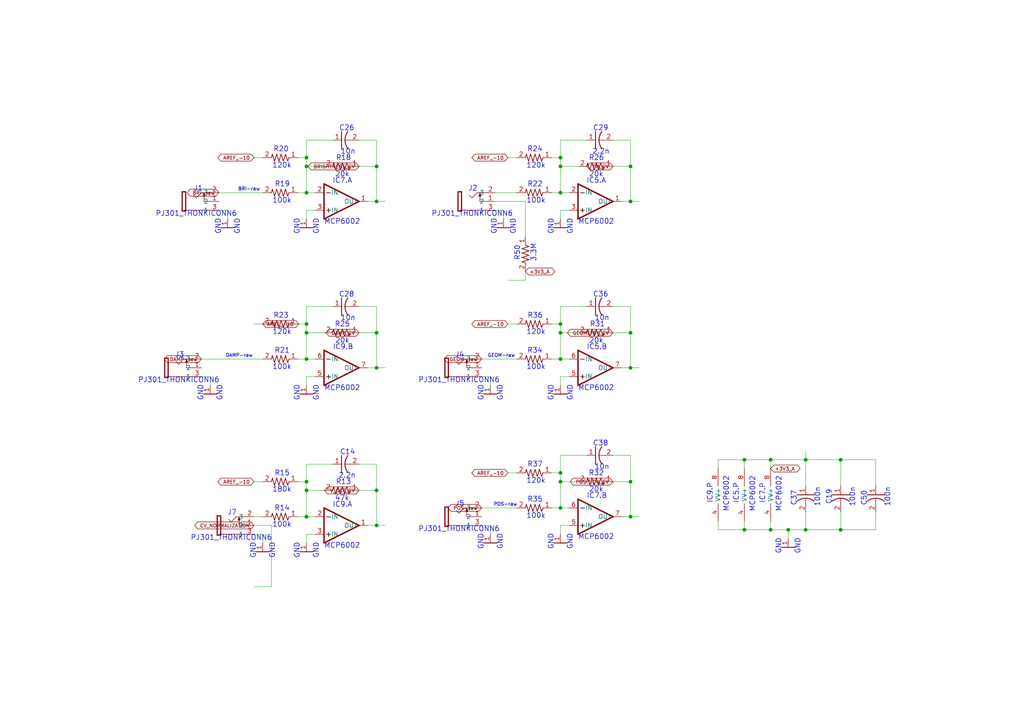
<source format=kicad_sch>
(kicad_sch (version 20231120) (generator "eeschema") (generator_version "8.0")
  (paper "A4")
  (lib_symbols
    (symbol "rangoon-eagle-import:BRIGHT"
      (symbol "BRIGHT_1_0"
        (polyline (pts (xy -4.063 -2.794) (xy -4.063 2.794)) (stroke (width 0.333)))
        (polyline (pts (xy -4.063 2.794) (xy -3.047 2.794)) (stroke (width 0.333)))
        (polyline (pts (xy -3.047 -2.794) (xy -4.063 -2.794)) (stroke (width 0.333)))
        (polyline (pts (xy -3.047 2.794) (xy -3.047 -2.794)) (stroke (width 0.333)))
        (polyline (pts (xy -0.001 1.016) (xy -0.763 1.778)) (stroke (width 0.152)))
        (polyline (pts (xy 1.523 2.54) (xy -0.001 1.016)) (stroke (width 0.152)))
        (polyline (pts (xy 2.031 1.524) (xy 2.285 2.286)) (stroke (width 0.254)))
        (polyline (pts (xy 2.285 0) (xy 2.285 2.286)) (stroke (width 0.152)))
        (polyline (pts (xy 2.285 2.286) (xy 2.539 1.524)) (stroke (width 0.254)))
        (polyline (pts (xy 2.539 1.524) (xy 2.031 1.524)) (stroke (width 0.254)))
        (polyline (pts (xy 4.063 -2.54) (xy -3.049 -2.54)) (stroke (width 0.152)))
        (polyline (pts (xy 4.063 0) (xy 2.285 0)) (stroke (width 0.152)))
        (polyline (pts (xy 4.063 2.54) (xy 1.523 2.54)) (stroke (width 0.152)))
        (pin passive line (at 6.603 0 180) (length 2.54) (name "2") (number "1"))
        (pin passive line (at 6.603 2.54 180) (length 2.54) (name "3") (number "2"))
        (pin passive line (at 6.603 -2.54 180) (length 2.54) (name "1") (number "3"))
      )
    )
    (symbol "rangoon-eagle-import:C-USC0603_3"
      (symbol "C-USC0603_3_1_0"
        (polyline (pts (xy -2.54 1.27) (xy 2.54 1.27)) (stroke (width 0.254)))
        (polyline (pts (xy 0 0.254) (xy 0 -1.27)) (stroke (width 0.152)))
        (arc (start 0 0.254) (mid -1.3021 0.0399) (end -2.467 -0.58) (stroke (width 0.254)))
        (arc (start 2.489 -0.584) (mid 1.3157 0.0506) (end 0 0.2701) (stroke (width 0.254)))
        (pin passive line (at 0 3.81 270) (length 2.54) (name "1") (number "1"))
        (pin passive line (at 0 -3.81 90) (length 2.54) (name "2") (number "2"))
      )
    )
    (symbol "rangoon-eagle-import:C-USC0603_4"
      (symbol "C-USC0603_4_1_0"
        (arc (start -0.254 0) (mid -0.0399 -1.3021) (end 0.58 -2.467) (stroke (width 0.254)))
        (polyline (pts (xy -1.27 -2.54) (xy -1.27 2.54)) (stroke (width 0.254)))
        (polyline (pts (xy -0.254 0) (xy 1.27 0)) (stroke (width 0.152)))
        (arc (start 0.584 2.489) (mid -0.0506 1.3157) (end -0.27 0) (stroke (width 0.254)))
        (pin passive line (at -3.81 0 0) (length 2.54) (name "1") (number "1"))
        (pin passive line (at 3.81 0 180) (length 2.54) (name "2") (number "2"))
      )
    )
    (symbol "rangoon-eagle-import:DAMP"
      (symbol "DAMP_1_0"
        (polyline (pts (xy -4.063 -2.794) (xy -4.063 2.794)) (stroke (width 0.333)))
        (polyline (pts (xy -4.063 2.794) (xy -3.047 2.794)) (stroke (width 0.333)))
        (polyline (pts (xy -3.047 -2.794) (xy -4.063 -2.794)) (stroke (width 0.333)))
        (polyline (pts (xy -3.047 2.794) (xy -3.047 -2.794)) (stroke (width 0.333)))
        (polyline (pts (xy -0.001 1.016) (xy -0.763 1.778)) (stroke (width 0.152)))
        (polyline (pts (xy 1.523 2.54) (xy -0.001 1.016)) (stroke (width 0.152)))
        (polyline (pts (xy 2.031 1.524) (xy 2.285 2.286)) (stroke (width 0.254)))
        (polyline (pts (xy 2.285 0) (xy 2.285 2.286)) (stroke (width 0.152)))
        (polyline (pts (xy 2.285 2.286) (xy 2.539 1.524)) (stroke (width 0.254)))
        (polyline (pts (xy 2.539 1.524) (xy 2.031 1.524)) (stroke (width 0.254)))
        (polyline (pts (xy 4.063 -2.54) (xy -3.049 -2.54)) (stroke (width 0.152)))
        (polyline (pts (xy 4.063 0) (xy 2.285 0)) (stroke (width 0.152)))
        (polyline (pts (xy 4.063 2.54) (xy 1.523 2.54)) (stroke (width 0.152)))
        (pin passive line (at 6.603 0 180) (length 2.54) (name "2") (number "1"))
        (pin passive line (at 6.603 2.54 180) (length 2.54) (name "3") (number "2"))
        (pin passive line (at 6.603 -2.54 180) (length 2.54) (name "1") (number "3"))
      )
    )
    (symbol "rangoon-eagle-import:FM_CV"
      (symbol "FM_CV_1_0"
        (polyline (pts (xy -4.063 -2.794) (xy -4.063 2.794)) (stroke (width 0.333)))
        (polyline (pts (xy -4.063 2.794) (xy -3.047 2.794)) (stroke (width 0.333)))
        (polyline (pts (xy -3.047 -2.794) (xy -4.063 -2.794)) (stroke (width 0.333)))
        (polyline (pts (xy -3.047 2.794) (xy -3.047 -2.794)) (stroke (width 0.333)))
        (polyline (pts (xy -0.001 1.016) (xy -0.763 1.778)) (stroke (width 0.152)))
        (polyline (pts (xy 1.523 2.54) (xy -0.001 1.016)) (stroke (width 0.152)))
        (polyline (pts (xy 2.031 1.524) (xy 2.285 2.286)) (stroke (width 0.254)))
        (polyline (pts (xy 2.285 0) (xy 2.285 2.286)) (stroke (width 0.152)))
        (polyline (pts (xy 2.285 2.286) (xy 2.539 1.524)) (stroke (width 0.254)))
        (polyline (pts (xy 2.539 1.524) (xy 2.031 1.524)) (stroke (width 0.254)))
        (polyline (pts (xy 4.063 -2.54) (xy -3.049 -2.54)) (stroke (width 0.152)))
        (polyline (pts (xy 4.063 0) (xy 2.285 0)) (stroke (width 0.152)))
        (polyline (pts (xy 4.063 2.54) (xy 1.523 2.54)) (stroke (width 0.152)))
        (pin passive line (at 6.603 0 180) (length 2.54) (name "2") (number "1"))
        (pin passive line (at 6.603 2.54 180) (length 2.54) (name "3") (number "2"))
        (pin passive line (at 6.603 -2.54 180) (length 2.54) (name "1") (number "3"))
      )
    )
    (symbol "rangoon-eagle-import:GEOM"
      (symbol "GEOM_1_0"
        (polyline (pts (xy -4.063 -2.794) (xy -4.063 2.794)) (stroke (width 0.333)))
        (polyline (pts (xy -4.063 2.794) (xy -3.047 2.794)) (stroke (width 0.333)))
        (polyline (pts (xy -3.047 -2.794) (xy -4.063 -2.794)) (stroke (width 0.333)))
        (polyline (pts (xy -3.047 2.794) (xy -3.047 -2.794)) (stroke (width 0.333)))
        (polyline (pts (xy -0.001 1.016) (xy -0.763 1.778)) (stroke (width 0.152)))
        (polyline (pts (xy 1.523 2.54) (xy -0.001 1.016)) (stroke (width 0.152)))
        (polyline (pts (xy 2.031 1.524) (xy 2.285 2.286)) (stroke (width 0.254)))
        (polyline (pts (xy 2.285 0) (xy 2.285 2.286)) (stroke (width 0.152)))
        (polyline (pts (xy 2.285 2.286) (xy 2.539 1.524)) (stroke (width 0.254)))
        (polyline (pts (xy 2.539 1.524) (xy 2.031 1.524)) (stroke (width 0.254)))
        (polyline (pts (xy 4.063 -2.54) (xy -3.049 -2.54)) (stroke (width 0.152)))
        (polyline (pts (xy 4.063 0) (xy 2.285 0)) (stroke (width 0.152)))
        (polyline (pts (xy 4.063 2.54) (xy 1.523 2.54)) (stroke (width 0.152)))
        (pin passive line (at 6.603 0 180) (length 2.54) (name "2") (number "1"))
        (pin passive line (at 6.603 2.54 180) (length 2.54) (name "3") (number "2"))
        (pin passive line (at 6.603 -2.54 180) (length 2.54) (name "1") (number "3"))
      )
    )
    (symbol "rangoon-eagle-import:GND" (power)
      (symbol "GND_1_0"
        (polyline (pts (xy -1.905 0) (xy 1.905 0)) (stroke (width 0.254)))
        (pin power_in line (at 0 2.54 270) (length 2.54) (name "GND") (number "1"))
      )
    )
    (symbol "rangoon-eagle-import:POS"
      (symbol "POS_1_0"
        (polyline (pts (xy -4.063 -2.794) (xy -4.063 2.794)) (stroke (width 0.333)))
        (polyline (pts (xy -4.063 2.794) (xy -3.047 2.794)) (stroke (width 0.333)))
        (polyline (pts (xy -3.047 -2.794) (xy -4.063 -2.794)) (stroke (width 0.333)))
        (polyline (pts (xy -3.047 2.794) (xy -3.047 -2.794)) (stroke (width 0.333)))
        (polyline (pts (xy -0.001 1.016) (xy -0.763 1.778)) (stroke (width 0.152)))
        (polyline (pts (xy 1.523 2.54) (xy -0.001 1.016)) (stroke (width 0.152)))
        (polyline (pts (xy 2.031 1.524) (xy 2.285 2.286)) (stroke (width 0.254)))
        (polyline (pts (xy 2.285 0) (xy 2.285 2.286)) (stroke (width 0.152)))
        (polyline (pts (xy 2.285 2.286) (xy 2.539 1.524)) (stroke (width 0.254)))
        (polyline (pts (xy 2.539 1.524) (xy 2.031 1.524)) (stroke (width 0.254)))
        (polyline (pts (xy 4.063 -2.54) (xy -3.049 -2.54)) (stroke (width 0.152)))
        (polyline (pts (xy 4.063 0) (xy 2.285 0)) (stroke (width 0.152)))
        (polyline (pts (xy 4.063 2.54) (xy 1.523 2.54)) (stroke (width 0.152)))
        (pin passive line (at 6.603 0 180) (length 2.54) (name "2") (number "1"))
        (pin passive line (at 6.603 2.54 180) (length 2.54) (name "3") (number "2"))
        (pin passive line (at 6.603 -2.54 180) (length 2.54) (name "1") (number "3"))
      )
    )
    (symbol "rangoon-eagle-import:R-US_R0603_37"
      (symbol "R-US_R0603_37_1_0"
        (polyline (pts (xy -1.016 -2.286) (xy 0 -2.54)) (stroke (width 0.203)))
        (polyline (pts (xy -1.016 -1.016) (xy 1.016 -1.651)) (stroke (width 0.203)))
        (polyline (pts (xy -1.016 0.254) (xy 1.016 -0.381)) (stroke (width 0.203)))
        (polyline (pts (xy -1.016 1.524) (xy 1.016 0.889)) (stroke (width 0.203)))
        (polyline (pts (xy 0 2.54) (xy 1.016 2.159)) (stroke (width 0.203)))
        (polyline (pts (xy 1.016 -1.651) (xy -1.016 -2.286)) (stroke (width 0.203)))
        (polyline (pts (xy 1.016 -0.381) (xy -1.016 -1.016)) (stroke (width 0.203)))
        (polyline (pts (xy 1.016 0.889) (xy -1.016 0.254)) (stroke (width 0.203)))
        (polyline (pts (xy 1.016 2.159) (xy -1.016 1.524)) (stroke (width 0.203)))
        (pin passive line (at 0 5.08 270) (length 2.54) (name "1") (number "1"))
        (pin passive line (at 0 -5.08 90) (length 2.54) (name "2") (number "2"))
      )
    )
    (symbol "rangoon-eagle-import:R-US_R0603_38"
      (symbol "R-US_R0603_38_1_0"
        (polyline (pts (xy -2.286 1.016) (xy -2.54 0)) (stroke (width 0.203)))
        (polyline (pts (xy -1.651 -1.016) (xy -2.286 1.016)) (stroke (width 0.203)))
        (polyline (pts (xy -1.016 1.016) (xy -1.651 -1.016)) (stroke (width 0.203)))
        (polyline (pts (xy -0.381 -1.016) (xy -1.016 1.016)) (stroke (width 0.203)))
        (polyline (pts (xy 0.254 1.016) (xy -0.381 -1.016)) (stroke (width 0.203)))
        (polyline (pts (xy 0.889 -1.016) (xy 0.254 1.016)) (stroke (width 0.203)))
        (polyline (pts (xy 1.524 1.016) (xy 0.889 -1.016)) (stroke (width 0.203)))
        (polyline (pts (xy 2.159 -1.016) (xy 1.524 1.016)) (stroke (width 0.203)))
        (polyline (pts (xy 2.54 0) (xy 2.159 -1.016)) (stroke (width 0.203)))
        (pin passive line (at 5.08 0 180) (length 2.54) (name "1") (number "1"))
        (pin passive line (at -5.08 0 0) (length 2.54) (name "2") (number "2"))
      )
    )
    (symbol "rangoon-eagle-import:TL072D"
      (symbol "TL072D_1_0"
        (polyline (pts (xy -5.08 -5.08) (xy -5.08 5.08)) (stroke (width 0.406)))
        (polyline (pts (xy -5.08 5.08) (xy 5.08 0)) (stroke (width 0.406)))
        (polyline (pts (xy -4.445 -2.54) (xy -3.175 -2.54)) (stroke (width 0.152)))
        (polyline (pts (xy -4.445 2.54) (xy -3.175 2.54)) (stroke (width 0.152)))
        (polyline (pts (xy -3.81 -3.175) (xy -3.81 -1.905)) (stroke (width 0.152)))
        (polyline (pts (xy 5.08 0) (xy -5.08 -5.08)) (stroke (width 0.406)))
        (pin output line (at 7.62 0 180) (length 2.54) (name "OUT") (number "1"))
        (pin input line (at -7.62 2.54 0) (length 2.54) (name "-IN") (number "2"))
        (pin input line (at -7.62 -2.54 0) (length 2.54) (name "+IN") (number "3"))
      )
      (symbol "TL072D_2_0"
        (polyline (pts (xy -5.08 -5.08) (xy -5.08 5.08)) (stroke (width 0.406)))
        (polyline (pts (xy -5.08 5.08) (xy 5.08 0)) (stroke (width 0.406)))
        (polyline (pts (xy -4.445 -2.54) (xy -3.175 -2.54)) (stroke (width 0.152)))
        (polyline (pts (xy -4.445 2.54) (xy -3.175 2.54)) (stroke (width 0.152)))
        (polyline (pts (xy -3.81 -3.175) (xy -3.81 -1.905)) (stroke (width 0.152)))
        (polyline (pts (xy 5.08 0) (xy -5.08 -5.08)) (stroke (width 0.406)))
        (pin input line (at -7.62 -2.54 0) (length 2.54) (name "+IN") (number "5"))
        (pin input line (at -7.62 2.54 0) (length 2.54) (name "-IN") (number "6"))
        (pin output line (at 7.62 0 180) (length 2.54) (name "OUT") (number "7"))
      )
      (symbol "TL072D_3_0"
        (pin power_in line (at 0 -7.62 90) (length 5.08) (name "V-") (number "4"))
        (pin power_in line (at 0 7.62 270) (length 5.08) (name "V+") (number "8"))
      )
    )
    (symbol "rangoon-eagle-import:VOCT"
      (symbol "VOCT_1_0"
        (polyline (pts (xy -4.063 -2.794) (xy -4.063 2.794)) (stroke (width 0.333)))
        (polyline (pts (xy -4.063 2.794) (xy -3.047 2.794)) (stroke (width 0.333)))
        (polyline (pts (xy -3.047 -2.794) (xy -4.063 -2.794)) (stroke (width 0.333)))
        (polyline (pts (xy -3.047 2.794) (xy -3.047 -2.794)) (stroke (width 0.333)))
        (polyline (pts (xy -0.001 1.016) (xy -0.763 1.778)) (stroke (width 0.152)))
        (polyline (pts (xy 1.523 2.54) (xy -0.001 1.016)) (stroke (width 0.152)))
        (polyline (pts (xy 2.031 1.524) (xy 2.285 2.286)) (stroke (width 0.254)))
        (polyline (pts (xy 2.285 0) (xy 2.285 2.286)) (stroke (width 0.152)))
        (polyline (pts (xy 2.285 2.286) (xy 2.539 1.524)) (stroke (width 0.254)))
        (polyline (pts (xy 2.539 1.524) (xy 2.031 1.524)) (stroke (width 0.254)))
        (polyline (pts (xy 4.063 -2.54) (xy -3.049 -2.54)) (stroke (width 0.152)))
        (polyline (pts (xy 4.063 0) (xy 2.285 0)) (stroke (width 0.152)))
        (polyline (pts (xy 4.063 2.54) (xy 1.523 2.54)) (stroke (width 0.152)))
        (pin passive line (at 6.603 0 180) (length 2.54) (name "2") (number "1"))
        (pin passive line (at 6.603 2.54 180) (length 2.54) (name "3") (number "2"))
        (pin passive line (at 6.603 -2.54 180) (length 2.54) (name "1") (number "3"))
      )
    )
  )
  (junction (at 109.22 48.26))
  (junction (at 182.88 96.52))
  (junction (at 182.88 149.86))
  (junction (at 162.56 139.7))
  (junction (at 88.9 149.86))
  (junction (at 182.88 48.26))
  (junction (at 109.22 58.42))
  (junction (at 162.56 137.16))
  (junction (at 162.56 93.98))
  (junction (at 88.9 45.72))
  (junction (at 223.52 153.67))
  (junction (at 109.22 96.52))
  (junction (at 215.9 133.35))
  (junction (at 182.88 139.7))
  (junction (at 223.52 133.35))
  (junction (at 233.68 153.67))
  (junction (at 233.68 133.35))
  (junction (at 88.9 96.52))
  (junction (at 109.22 142.24))
  (junction (at 162.56 45.72))
  (junction (at 88.9 104.14))
  (junction (at 243.84 133.35))
  (junction (at 162.56 55.88))
  (junction (at 182.88 106.68))
  (junction (at 88.9 142.24))
  (junction (at 162.56 48.26))
  (junction (at 182.88 58.42))
  (junction (at 109.22 152.4))
  (junction (at 243.84 153.67))
  (junction (at 88.9 93.98))
  (junction (at 162.56 96.52))
  (junction (at 109.22 106.68))
  (junction (at 88.9 55.88))
  (junction (at 162.56 147.32))
  (junction (at 162.56 104.14))
  (junction (at 88.9 139.7))
  (junction (at 228.6 153.67))
  (junction (at 215.9 153.67))
  (junction (at 88.9 48.26))
  (wire (pts (xy 208.28 135.89) (xy 208.28 133.35)) (stroke (width 0.1)))
  (wire (pts (xy 233.68 133.35) (xy 243.84 133.35)) (stroke (width 0.1)))
  (wire (pts (xy 215.9 135.89) (xy 215.9 133.35)) (stroke (width 0.1)))
  (wire (pts (xy 88.9 45.72) (xy 88.9 48.26)) (stroke (width 0.1)))
  (wire (pts (xy 160.02 137.16) (xy 162.56 137.16)) (stroke (width 0.1)))
  (wire (pts (xy 162.56 96.52) (xy 162.56 93.98)) (stroke (width 0.1)))
  (wire (pts (xy 88.9 88.9) (xy 88.9 93.98)) (stroke (width 0.1)))
  (wire (pts (xy 215.9 133.35) (xy 223.52 133.35)) (stroke (width 0.1)))
  (wire (pts (xy 76.2 154.94) (xy 76.2 157.48)) (stroke (width 0.1)))
  (wire (pts (xy 104.14 96.52) (xy 109.22 96.52)) (stroke (width 0.1)))
  (wire (pts (xy 233.68 133.35) (xy 233.68 130.81)) (stroke (width 0.1)))
  (wire (pts (xy 162.56 139.7) (xy 162.56 137.16)) (stroke (width 0.1)))
  (wire (pts (xy 139.7 109.22) (xy 142.24 109.22)) (stroke (width 0.1)))
  (wire (pts (xy 223.52 153.67) (xy 228.6 153.67)) (stroke (width 0.1)))
  (wire (pts (xy 162.56 45.72) (xy 162.56 48.26)) (stroke (width 0.1)))
  (wire (pts (xy 215.9 151.13) (xy 215.9 153.67)) (stroke (width 0.1)))
  (wire (pts (xy 88.9 93.98) (xy 88.9 96.52)) (stroke (width 0.1)))
  (wire (pts (xy 182.88 96.52) (xy 182.88 106.68)) (stroke (width 0.1)))
  (wire (pts (xy 167.64 48.26) (xy 162.56 48.26)) (stroke (width 0.1)))
  (wire (pts (xy 88.9 154.94) (xy 88.9 157.48)) (stroke (width 0.1)))
  (wire (pts (xy 146.05 60.96) (xy 146.05 63.5)) (stroke (width 0.1)))
  (wire (pts (xy 147.32 137.16) (xy 149.86 137.16)) (stroke (width 0.1)))
  (wire (pts (xy 177.8 88.9) (xy 182.88 88.9)) (stroke (width 0.1)))
  (wire (pts (xy 162.56 109.22) (xy 162.56 111.76)) (stroke (width 0.1)))
  (wire (pts (xy 165.1 109.22) (xy 162.56 109.22)) (stroke (width 0.1)))
  (wire (pts (xy 91.44 109.22) (xy 88.9 109.22)) (stroke (width 0.1)))
  (wire (pts (xy 73.66 139.7) (xy 76.2 139.7)) (stroke (width 0.1)))
  (wire (pts (xy 86.36 104.14) (xy 88.9 104.14)) (stroke (width 0.1)))
  (wire (pts (xy 182.88 58.42) (xy 185.42 58.42)) (stroke (width 0.1)))
  (wire (pts (xy 60.96 109.22) (xy 60.96 111.76)) (stroke (width 0.1)))
  (wire (pts (xy 93.98 48.26) (xy 88.9 48.26)) (stroke (width 0.1)))
  (wire (pts (xy 165.1 152.4) (xy 162.56 152.4)) (stroke (width 0.1)))
  (wire (pts (xy 162.56 55.88) (xy 165.1 55.88)) (stroke (width 0.1)))
  (wire (pts (xy 73.66 45.72) (xy 76.2 45.72)) (stroke (width 0.1)))
  (wire (pts (xy 182.88 40.64) (xy 182.88 48.26)) (stroke (width 0.1)))
  (wire (pts (xy 254 148.59) (xy 254 153.67)) (stroke (width 0.1)))
  (wire (pts (xy 160.02 55.88) (xy 162.56 55.88)) (stroke (width 0.1)))
  (wire (pts (xy 73.66 154.94) (xy 76.2 154.94)) (stroke (width 0.1)))
  (wire (pts (xy 109.22 106.68) (xy 106.68 106.68)) (stroke (width 0.1)))
  (wire (pts (xy 104.14 48.26) (xy 109.22 48.26)) (stroke (width 0.1)))
  (wire (pts (xy 160.02 93.98) (xy 162.56 93.98)) (stroke (width 0.1)))
  (wire (pts (xy 104.14 88.9) (xy 109.22 88.9)) (stroke (width 0.1)))
  (wire (pts (xy 96.52 88.9) (xy 88.9 88.9)) (stroke (width 0.1)))
  (wire (pts (xy 233.68 148.59) (xy 233.68 153.67)) (stroke (width 0.1)))
  (wire (pts (xy 109.22 152.4) (xy 106.68 152.4)) (stroke (width 0.1)))
  (wire (pts (xy 254 140.97) (xy 254 133.35)) (stroke (width 0.1)))
  (wire (pts (xy 165.1 60.96) (xy 162.56 60.96)) (stroke (width 0.1)))
  (wire (pts (xy 78.74 152.4) (xy 78.74 170.18)) (stroke (width 0.1)))
  (wire (pts (xy 170.18 40.64) (xy 162.56 40.64)) (stroke (width 0.1)))
  (wire (pts (xy 88.9 48.26) (xy 88.9 55.88)) (stroke (width 0.1)))
  (wire (pts (xy 243.84 153.67) (xy 243.84 148.59)) (stroke (width 0.1)))
  (wire (pts (xy 139.7 104.14) (xy 149.86 104.14)) (stroke (width 0.1)))
  (wire (pts (xy 88.9 55.88) (xy 91.44 55.88)) (stroke (width 0.1)))
  (wire (pts (xy 88.9 139.7) (xy 88.9 142.24)) (stroke (width 0.1)))
  (wire (pts (xy 208.28 153.67) (xy 215.9 153.67)) (stroke (width 0.1)))
  (wire (pts (xy 109.22 106.68) (xy 111.76 106.68)) (stroke (width 0.1)))
  (wire (pts (xy 208.28 151.13) (xy 208.28 153.67)) (stroke (width 0.1)))
  (wire (pts (xy 177.8 132.08) (xy 182.88 132.08)) (stroke (width 0.1)))
  (wire (pts (xy 109.22 40.64) (xy 109.22 48.26)) (stroke (width 0.1)))
  (wire (pts (xy 88.9 104.14) (xy 91.44 104.14)) (stroke (width 0.1)))
  (wire (pts (xy 182.88 132.08) (xy 182.88 139.7)) (stroke (width 0.1)))
  (wire (pts (xy 63.5 60.96) (xy 66.04 60.96)) (stroke (width 0.1)))
  (wire (pts (xy 91.44 154.94) (xy 88.9 154.94)) (stroke (width 0.1)))
  (wire (pts (xy 86.36 55.88) (xy 88.9 55.88)) (stroke (width 0.1)))
  (wire (pts (xy 162.56 137.16) (xy 162.56 132.08)) (stroke (width 0.1)))
  (wire (pts (xy 109.22 96.52) (xy 109.22 106.68)) (stroke (width 0.1)))
  (wire (pts (xy 182.88 149.86) (xy 180.34 149.86)) (stroke (width 0.1)))
  (wire (pts (xy 86.36 45.72) (xy 88.9 45.72)) (stroke (width 0.1)))
  (wire (pts (xy 152.4 58.42) (xy 143.51 58.42)) (stroke (width 0.1)))
  (wire (pts (xy 233.68 153.67) (xy 228.6 153.67)) (stroke (width 0.1)))
  (wire (pts (xy 162.56 48.26) (xy 162.56 55.88)) (stroke (width 0.1)))
  (wire (pts (xy 233.68 153.67) (xy 243.84 153.67)) (stroke (width 0.1)))
  (wire (pts (xy 109.22 134.62) (xy 109.22 142.24)) (stroke (width 0.1)))
  (wire (pts (xy 162.56 147.32) (xy 165.1 147.32)) (stroke (width 0.1)))
  (wire (pts (xy 142.24 109.22) (xy 142.24 111.76)) (stroke (width 0.1)))
  (wire (pts (xy 182.88 48.26) (xy 182.88 58.42)) (stroke (width 0.1)))
  (wire (pts (xy 96.52 40.64) (xy 88.9 40.64)) (stroke (width 0.1)))
  (wire (pts (xy 223.52 135.89) (xy 223.52 133.35)) (stroke (width 0.1)))
  (wire (pts (xy 91.44 60.96) (xy 88.9 60.96)) (stroke (width 0.1)))
  (wire (pts (xy 152.4 78.74) (xy 152.4 81.28)) (stroke (width 0.1)))
  (wire (pts (xy 109.22 48.26) (xy 109.22 58.42)) (stroke (width 0.1)))
  (wire (pts (xy 109.22 152.4) (xy 111.76 152.4)) (stroke (width 0.1)))
  (wire (pts (xy 88.9 96.52) (xy 88.9 104.14)) (stroke (width 0.1)))
  (wire (pts (xy 109.22 58.42) (xy 111.76 58.42)) (stroke (width 0.1)))
  (wire (pts (xy 88.9 142.24) (xy 88.9 149.86)) (stroke (width 0.1)))
  (wire (pts (xy 182.88 106.68) (xy 185.42 106.68)) (stroke (width 0.1)))
  (wire (pts (xy 160.02 45.72) (xy 162.56 45.72)) (stroke (width 0.1)))
  (wire (pts (xy 162.56 132.08) (xy 170.18 132.08)) (stroke (width 0.1)))
  (wire (pts (xy 228.6 153.67) (xy 228.6 156.21)) (stroke (width 0.1)))
  (wire (pts (xy 167.64 96.52) (xy 162.56 96.52)) (stroke (width 0.1)))
  (wire (pts (xy 104.14 142.24) (xy 109.22 142.24)) (stroke (width 0.1)))
  (wire (pts (xy 86.36 149.86) (xy 88.9 149.86)) (stroke (width 0.1)))
  (wire (pts (xy 215.9 153.67) (xy 223.52 153.67)) (stroke (width 0.1)))
  (wire (pts (xy 63.5 55.88) (xy 76.2 55.88)) (stroke (width 0.1)))
  (wire (pts (xy 104.14 40.64) (xy 109.22 40.64)) (stroke (width 0.1)))
  (wire (pts (xy 147.32 93.98) (xy 149.86 93.98)) (stroke (width 0.1)))
  (wire (pts (xy 109.22 88.9) (xy 109.22 96.52)) (stroke (width 0.1)))
  (wire (pts (xy 147.32 45.72) (xy 149.86 45.72)) (stroke (width 0.1)))
  (wire (pts (xy 76.2 93.98) (xy 73.66 93.98)) (stroke (width 0.1)))
  (wire (pts (xy 66.04 60.96) (xy 66.04 63.5)) (stroke (width 0.1)))
  (wire (pts (xy 88.9 40.64) (xy 88.9 45.72)) (stroke (width 0.1)))
  (wire (pts (xy 73.66 152.4) (xy 78.74 152.4)) (stroke (width 0.1)))
  (wire (pts (xy 162.56 139.7) (xy 162.56 147.32)) (stroke (width 0.1)))
  (wire (pts (xy 243.84 133.35) (xy 243.84 140.97)) (stroke (width 0.1)))
  (wire (pts (xy 58.42 104.14) (xy 76.2 104.14)) (stroke (width 0.1)))
  (wire (pts (xy 223.52 133.35) (xy 233.68 133.35)) (stroke (width 0.1)))
  (wire (pts (xy 58.42 109.22) (xy 60.96 109.22)) (stroke (width 0.1)))
  (wire (pts (xy 223.52 151.13) (xy 223.52 153.67)) (stroke (width 0.1)))
  (wire (pts (xy 167.64 139.7) (xy 162.56 139.7)) (stroke (width 0.1)))
  (wire (pts (xy 73.66 149.86) (xy 76.2 149.86)) (stroke (width 0.1)))
  (wire (pts (xy 143.51 60.96) (xy 146.05 60.96)) (stroke (width 0.1)))
  (wire (pts (xy 96.52 134.62) (xy 88.9 134.62)) (stroke (width 0.1)))
  (wire (pts (xy 162.56 96.52) (xy 162.56 104.14)) (stroke (width 0.1)))
  (wire (pts (xy 142.24 152.4) (xy 142.24 154.94)) (stroke (width 0.1)))
  (wire (pts (xy 139.7 147.32) (xy 149.86 147.32)) (stroke (width 0.1)))
  (wire (pts (xy 162.56 88.9) (xy 170.18 88.9)) (stroke (width 0.1)))
  (wire (pts (xy 182.88 149.86) (xy 185.42 149.86)) (stroke (width 0.1)))
  (wire (pts (xy 86.36 93.98) (xy 88.9 93.98)) (stroke (width 0.1)))
  (wire (pts (xy 162.56 93.98) (xy 162.56 88.9)) (stroke (width 0.1)))
  (wire (pts (xy 152.4 68.58) (xy 152.4 58.42)) (stroke (width 0.1)))
  (wire (pts (xy 88.9 134.62) (xy 88.9 139.7)) (stroke (width 0.1)))
  (wire (pts (xy 182.88 139.7) (xy 182.88 149.86)) (stroke (width 0.1)))
  (wire (pts (xy 162.56 104.14) (xy 165.1 104.14)) (stroke (width 0.1)))
  (wire (pts (xy 177.8 48.26) (xy 182.88 48.26)) (stroke (width 0.1)))
  (wire (pts (xy 254 133.35) (xy 243.84 133.35)) (stroke (width 0.1)))
  (wire (pts (xy 139.7 152.4) (xy 142.24 152.4)) (stroke (width 0.1)))
  (wire (pts (xy 162.56 40.64) (xy 162.56 45.72)) (stroke (width 0.1)))
  (wire (pts (xy 109.22 58.42) (xy 106.68 58.42)) (stroke (width 0.1)))
  (wire (pts (xy 208.28 133.35) (xy 215.9 133.35)) (stroke (width 0.1)))
  (wire (pts (xy 88.9 60.96) (xy 88.9 63.5)) (stroke (width 0.1)))
  (wire (pts (xy 143.51 55.88) (xy 149.86 55.88)) (stroke (width 0.1)))
  (wire (pts (xy 93.98 142.24) (xy 88.9 142.24)) (stroke (width 0.1)))
  (wire (pts (xy 182.88 88.9) (xy 182.88 96.52)) (stroke (width 0.1)))
  (wire (pts (xy 162.56 60.96) (xy 162.56 63.5)) (stroke (width 0.1)))
  (wire (pts (xy 177.8 40.64) (xy 182.88 40.64)) (stroke (width 0.1)))
  (wire (pts (xy 254 153.67) (xy 243.84 153.67)) (stroke (width 0.1)))
  (wire (pts (xy 88.9 109.22) (xy 88.9 111.76)) (stroke (width 0.1)))
  (wire (pts (xy 177.8 139.7) (xy 182.88 139.7)) (stroke (width 0.1)))
  (wire (pts (xy 78.74 170.18) (xy 73.66 170.18)) (stroke (width 0.1)))
  (wire (pts (xy 160.02 147.32) (xy 162.56 147.32)) (stroke (width 0.1)))
  (wire (pts (xy 86.36 139.7) (xy 88.9 139.7)) (stroke (width 0.1)))
  (wire (pts (xy 160.02 104.14) (xy 162.56 104.14)) (stroke (width 0.1)))
  (wire (pts (xy 93.98 96.52) (xy 88.9 96.52)) (stroke (width 0.1)))
  (wire (pts (xy 152.4 81.28) (xy 147.32 81.28)) (stroke (width 0.1)))
  (wire (pts (xy 182.88 106.68) (xy 180.34 106.68)) (stroke (width 0.1)))
  (wire (pts (xy 182.88 58.42) (xy 180.34 58.42)) (stroke (width 0.1)))
  (wire (pts (xy 233.68 133.35) (xy 233.68 140.97)) (stroke (width 0.1)))
  (wire (pts (xy 104.14 134.62) (xy 109.22 134.62)) (stroke (width 0.1)))
  (wire (pts (xy 109.22 142.24) (xy 109.22 152.4)) (stroke (width 0.1)))
  (wire (pts (xy 88.9 149.86) (xy 91.44 149.86)) (stroke (width 0.1)))
  (wire (pts (xy 162.56 152.4) (xy 162.56 154.94)) (stroke (width 0.1)))
  (wire (pts (xy 177.8 96.52) (xy 182.88 96.52)) (stroke (width 0.1)))
  (text "J7" (at 65.947 149.606 0) (effects (font (size 1.48 1.48)) (justify left bottom)))
  (text "J2" (at 135.797 55.626 0) (effects (font (size 1.48 1.48)) (justify left bottom)))
  (text "PJ301_THONKICONN6" (at 125.123 61.214 0) (effects (font (size 1.48 1.48)) (justify left top)))
  (text "100k" (at 152.63 148.82 0) (effects (font (size 1.48 1.48)) (justify left top)))
  (text "IC9.A" (at 96.441 147.32 0) (effects (font (size 1.48 1.48)) (justify left bottom)))
  (text "MCP6002" (at 94.004 111.76 0) (effects (font (size 1.48 1.48)) (justify left top)))
  (text "J5" (at 131.987 147.066 0) (effects (font (size 1.48 1.48)) (justify left bottom)))
  (text "20k" (at 97.168 49.76 0) (effects (font (size 1.48 1.48)) (justify left top)))
  (text "GND" (at 164.465 116.338 90) (effects (font (size 1.48 1.48)) (justify left top)))
  (text "120k" (at 152.63 95.48 0) (effects (font (size 1.48 1.48)) (justify left top)))
  (text "GND" (at 160.655 116.338 90) (effects (font (size 1.48 1.48)) (justify left bottom)))
  (text "R32" (at 170.718 138.2 0) (effects (font (size 1.48 1.48)) (justify left bottom)))
  (text "R14" (at 79.57 148.36 0) (effects (font (size 1.48 1.48)) (justify left bottom)))
  (text "120k" (at 152.63 138.66 0) (effects (font (size 1.48 1.48)) (justify left top)))
  (text "C37" (at 231.14 146.818 90) (effects (font (size 1.48 1.48)) (justify left bottom)))
  (text "GND" (at 140.335 159.518 90) (effects (font (size 1.48 1.48)) (justify left bottom)))
  (text "IC5.A" (at 170.065 53.34 0) (effects (font (size 1.48 1.48)) (justify left bottom)))
  (text "GND" (at 226.695 160.788 90) (effects (font (size 1.48 1.48)) (justify left bottom)))
  (text "GEOM-raw" (at 141.437 103.807 0) (effects (font (size 0.987 0.987)) (justify left bottom)))
  (text "J4" (at 131.95 103.886 0) (effects (font (size 1.48 1.48)) (justify left bottom)))
  (text "IC7.P" (at 222.02 146.092 90) (effects (font (size 1.48 1.48)) (justify left bottom)))
  (text "R25" (at 97.058 95.02 0) (effects (font (size 1.48 1.48)) (justify left bottom)))
  (text "MCP6002" (at 167.664 111.76 0) (effects (font (size 1.48 1.48)) (justify left top)))
  (text "100k" (at 152.63 57.38 0) (effects (font (size 1.48 1.48)) (justify left top)))
  (text "C29" (at 171.988 38.1 0) (effects (font (size 1.48 1.48)) (justify left bottom)))
  (text "GND" (at 230.505 160.788 90) (effects (font (size 1.48 1.48)) (justify left top)))
  (text "GND" (at 140.335 116.338 90) (effects (font (size 1.48 1.48)) (justify left bottom)))
  (text "R26" (at 170.755 46.76 0) (effects (font (size 1.48 1.48)) (justify left bottom)))
  (text "20k" (at 170.828 98.02 0) (effects (font (size 1.48 1.48)) (justify left top)))
  (text "MCP6002" (at 94.004 63.5 0) (effects (font (size 1.48 1.48)) (justify left top)))
  (text "GND" (at 164.465 68.078 90) (effects (font (size 1.48 1.48)) (justify left top)))
  (text "R24" (at 152.902 44.22 0) (effects (font (size 1.48 1.48)) (justify left bottom)))
  (text "C19" (at 241.3 146.454 90) (effects (font (size 1.48 1.48)) (justify left bottom)))
  (text "R19" (at 79.642 54.38 0) (effects (font (size 1.48 1.48)) (justify left bottom)))
  (text "BRI-raw" (at 69.01 55.547 0) (effects (font (size 0.987 0.987)) (justify left bottom)))
  (text "IC7.B" (at 170.138 144.78 0) (effects (font (size 1.48 1.48)) (justify left bottom)))
  (text "10n" (at 98.765 91.44 0) (effects (font (size 1.48 1.48)) (justify left top)))
  (text "GND" (at 86.995 162.058 90) (effects (font (size 1.48 1.48)) (justify left bottom)))
  (text "MCP6002" (at 167.664 63.5 0) (effects (font (size 1.48 1.48)) (justify left top)))
  (text "R50" (at 150.9 75.662 90) (effects (font (size 1.48 1.48)) (justify left bottom)))
  (text "IC9.B" (at 96.514 101.6 0) (effects (font (size 1.48 1.48)) (justify left bottom)))
  (text "GND" (at 164.465 159.518 90) (effects (font (size 1.48 1.48)) (justify left top)))
  (text "GND" (at 144.145 159.518 90) (effects (font (size 1.48 1.48)) (justify left top)))
  (text "120k" (at 78.97 95.48 0) (effects (font (size 1.48 1.48)) (justify left top)))
  (text "IC5.B" (at 170.138 101.6 0) (effects (font (size 1.48 1.48)) (justify left bottom)))
  (text "10n" (at 172.425 134.62 0) (effects (font (size 1.48 1.48)) (justify left top)))
  (text "100n" (at 246.38 147.09 90) (effects (font (size 1.48 1.48)) (justify left top)))
  (text "GND" (at 62.865 116.338 90) (effects (font (size 1.48 1.48)) (justify left top)))
  (text "MCP6002" (at 209.78 148.566 90) (effects (font (size 1.48 1.48)) (justify left top)))
  (text "GND" (at 67.945 68.078 90) (effects (font (size 1.48 1.48)) (justify left top)))
  (text "GND" (at 78.105 162.058 90) (effects (font (size 1.48 1.48)) (justify left top)))
  (text "GND" (at 90.805 68.078 90) (effects (font (size 1.48 1.48)) (justify left top)))
  (text "120k" (at 152.63 47.22 0) (effects (font (size 1.48 1.48)) (justify left top)))
  (text "C50" (at 251.46 146.818 90) (effects (font (size 1.48 1.48)) (justify left bottom)))
  (text "47k" (at 97.131 143.74 0) (effects (font (size 1.48 1.48)) (justify left top)))
  (text "GND" (at 160.655 68.078 90) (effects (font (size 1.48 1.48)) (justify left bottom)))
  (text "PJ301_THONKICONN6" (at 55.273 155.194 0) (effects (font (size 1.48 1.48)) (justify left top)))
  (text "20k" (at 170.828 141.2 0) (effects (font (size 1.48 1.48)) (justify left top)))
  (text "2.2n" (at 171.789 43.18 0) (effects (font (size 1.48 1.48)) (justify left top)))
  (text "R37" (at 152.938 135.66 0) (effects (font (size 1.48 1.48)) (justify left bottom)))
  (text "MCP6002" (at 225.02 148.566 90) (effects (font (size 1.48 1.48)) (justify left top)))
  (text "120k" (at 78.97 47.22 0) (effects (font (size 1.48 1.48)) (justify left top)))
  (text "2.2n" (at 98.129 137.16 0) (effects (font (size 1.48 1.48)) (justify left top)))
  (text "100k" (at 78.97 57.38 0) (effects (font (size 1.48 1.48)) (justify left top)))
  (text "100k" (at 78.97 151.36 0) (effects (font (size 1.48 1.48)) (justify left top)))
  (text "J3" (at 50.707 103.886 0) (effects (font (size 1.48 1.48)) (justify left bottom)))
  (text "C26" (at 98.329 38.1 0) (effects (font (size 1.48 1.48)) (justify left bottom)))
  (text "R31" (at 171.046 95.02 0) (effects (font (size 1.48 1.48)) (justify left bottom)))
  (text "GND" (at 90.805 116.338 90) (effects (font (size 1.48 1.48)) (justify left top)))
  (text "100n" (at 236.22 147.09 90) (effects (font (size 1.48 1.48)) (justify left top)))
  (text "MCP6002" (at 94.004 157.48 0) (effects (font (size 1.48 1.48)) (justify left top)))
  (text "GND" (at 64.135 68.078 90) (effects (font (size 1.48 1.48)) (justify left bottom)))
  (text "100k" (at 152.63 105.64 0) (effects (font (size 1.48 1.48)) (justify left top)))
  (text "IC5.P" (at 214.4 146.092 90) (effects (font (size 1.48 1.48)) (justify left bottom)))
  (text "GND" (at 90.805 162.058 90) (effects (font (size 1.48 1.48)) (justify left top)))
  (text "R35" (at 152.938 145.82 0) (effects (font (size 1.48 1.48)) (justify left bottom)))
  (text "10n" (at 172.425 91.44 0) (effects (font (size 1.48 1.48)) (justify left top)))
  (text "3.3M" (at 153.9 76.043 90) (effects (font (size 1.48 1.48)) (justify left top)))
  (text "PJ301_THONKICONN6" (at 121.313 152.654 0) (effects (font (size 1.48 1.48)) (justify left top)))
  (text "GND" (at 144.145 68.078 90) (effects (font (size 1.48 1.48)) (justify left bottom)))
  (text "R36" (at 152.975 92.48 0) (effects (font (size 1.48 1.48)) (justify left bottom)))
  (text "PJ301_THONKICONN6" (at 45.113 61.214 0) (effects (font (size 1.48 1.48)) (justify left top)))
  (text "R13" (at 97.386 140.74 0) (effects (font (size 1.48 1.48)) (justify left bottom)))
  (text "C28" (at 98.293 86.36 0) (effects (font (size 1.48 1.48)) (justify left bottom)))
  (text "IC7.A" (at 96.405 53.34 0) (effects (font (size 1.48 1.48)) (justify left bottom)))
  (text "GND" (at 144.145 116.338 90) (effects (font (size 1.48 1.48)) (justify left top)))
  (text "PJ301_THONKICONN6" (at 121.313 109.474 0) (effects (font (size 1.48 1.48)) (justify left top)))
  (text "C36" (at 171.989 86.36 0) (effects (font (size 1.48 1.48)) (justify left bottom)))
  (text "J1" (at 56.114 55.626 0) (effects (font (size 1.48 1.48)) (justify left bottom)))
  (text "180k" (at 78.97 141.2 0) (effects (font (size 1.48 1.48)) (justify left top)))
  (text "GND" (at 86.995 116.338 90) (effects (font (size 1.48 1.48)) (justify left bottom)))
  (text "MCP6002" (at 167.664 154.94 0) (effects (font (size 1.48 1.48)) (justify left top)))
  (text "R34" (at 152.902 102.64 0) (effects (font (size 1.48 1.48)) (justify left bottom)))
  (text "GND" (at 86.995 68.078 90) (effects (font (size 1.48 1.48)) (justify left bottom)))
  (text "10n" (at 98.765 43.18 0) (effects (font (size 1.48 1.48)) (justify left top)))
  (text "20k" (at 170.828 49.76 0) (effects (font (size 1.48 1.48)) (justify left top)))
  (text "100k" (at 78.97 105.64 0) (effects (font (size 1.48 1.48)) (justify left top)))
  (text "R23" (at 79.278 92.48 0) (effects (font (size 1.48 1.48)) (justify left bottom)))
  (text "R20" (at 79.278 44.22 0) (effects (font (size 1.48 1.48)) (justify left bottom)))
  (text "R18" (at 97.387 46.76 0) (effects (font (size 1.48 1.48)) (justify left bottom)))
  (text "R21" (at 79.606 102.64 0) (effects (font (size 1.48 1.48)) (justify left bottom)))
  (text "R22" (at 152.938 54.38 0) (effects (font (size 1.48 1.48)) (justify left bottom)))
  (text "IC9.P" (at 206.78 146.056 90) (effects (font (size 1.48 1.48)) (justify left bottom)))
  (text "GND" (at 160.655 159.518 90) (effects (font (size 1.48 1.48)) (justify left bottom)))
  (text "PJ301_THONKICONN6" (at 40.033 109.474 0) (effects (font (size 1.48 1.48)) (justify left top)))
  (text "MCP6002" (at 217.4 148.566 90) (effects (font (size 1.48 1.48)) (justify left top)))
  (text "20k" (at 97.168 98.02 0) (effects (font (size 1.48 1.48)) (justify left top)))
  (text "POS-raw" (at 143.133 146.987 0) (effects (font (size 0.987 0.987)) (justify left bottom)))
  (text "GND" (at 74.295 162.058 90) (effects (font (size 1.48 1.48)) (justify left bottom)))
  (text "GND" (at 147.955 68.078 90) (effects (font (size 1.48 1.48)) (justify left top)))
  (text "C14" (at 98.583 132.08 0) (effects (font (size 1.48 1.48)) (justify left bottom)))
  (text "GND" (at 59.055 116.338 90) (effects (font (size 1.48 1.48)) (justify left bottom)))
  (text "DAMP-raw" (at 65.411 103.807 0) (effects (font (size 0.987 0.987)) (justify left bottom)))
  (text "C38" (at 171.953 129.54 0) (effects (font (size 1.48 1.48)) (justify left bottom)))
  (text "R15" (at 79.606 138.2 0) (effects (font (size 1.48 1.48)) (justify left bottom)))
  (text "100n" (at 256.54 147.09 90) (effects (font (size 1.48 1.48)) (justify left top)))
  (global_label "AREF_-10" (shape bidirectional) (at 147.32 93.98 180) (effects (font (size 1.016 1.016))) (property "Intersheetrefs" "${INTERSHEET_REFS}" (effects (hide yes))))
  (global_label "POSITION_CV" (shape bidirectional) (at 177.8 139.7 180) (effects (font (size 1.016 1.016))) (property "Intersheetrefs" "${INTERSHEET_REFS}" (effects (hide yes))))
  (global_label "AREF_-10" (shape bidirectional) (at 73.66 139.7 180) (effects (font (size 1.016 1.016))) (property "Intersheetrefs" "${INTERSHEET_REFS}" (effects (hide yes))))
  (global_label "AREF_-10" (shape bidirectional) (at 147.32 137.16 180) (effects (font (size 1.016 1.016))) (property "Intersheetrefs" "${INTERSHEET_REFS}" (effects (hide yes))))
  (global_label "BRIGHTNESS_CV" (shape bidirectional) (at 104.14 48.26 180) (effects (font (size 1.016 1.016))) (property "Intersheetrefs" "${INTERSHEET_REFS}" (effects (hide yes))))
  (global_label "AREF_-10" (shape bidirectional) (at 147.32 45.72 180) (effects (font (size 1.016 1.016))) (property "Intersheetrefs" "${INTERSHEET_REFS}" (effects (hide yes))))
  (global_label "DAMP_CV" (shape bidirectional) (at 104.14 96.52 180) (effects (font (size 1.016 1.016))) (property "Intersheetrefs" "${INTERSHEET_REFS}" (effects (hide yes))))
  (global_label "DAMP-raw" (shape bidirectional) (at 58.42 104.14 180) (effects (font (size 1.016 1.016))) (property "Intersheetrefs" "${INTERSHEET_REFS}" (effects (hide yes))))
  (global_label "V_OCT_CV" (shape bidirectional) (at 104.14 142.24 180) (effects (font (size 1.016 1.016))) (property "Intersheetrefs" "${INTERSHEET_REFS}" (effects (hide yes))))
  (global_label "FM_CV" (shape bidirectional) (at 177.8 48.26 180) (effects (font (size 1.016 1.016))) (property "Intersheetrefs" "${INTERSHEET_REFS}" (effects (hide yes))))
  (global_label "+3V3_A" (shape bidirectional) (at 223.52 135.89 0) (effects (font (size 1.016 1.016))) (property "Intersheetrefs" "${INTERSHEET_REFS}" (effects (hide yes))))
  (global_label "GEOMETRY_CV" (shape bidirectional) (at 177.8 96.52 180) (effects (font (size 1.016 1.016))) (property "Intersheetrefs" "${INTERSHEET_REFS}" (effects (hide yes))))
  (global_label "AREF_-10" (shape bidirectional) (at 76.2 93.98 0) (effects (font (size 1.016 1.016))) (property "Intersheetrefs" "${INTERSHEET_REFS}" (effects (hide yes))))
  (global_label "AREF_-10" (shape bidirectional) (at 73.66 45.72 180) (effects (font (size 1.016 1.016))) (property "Intersheetrefs" "${INTERSHEET_REFS}" (effects (hide yes))))
  (global_label "POS-raw" (shape bidirectional) (at 139.7 147.32 180) (effects (font (size 1.016 1.016))) (property "Intersheetrefs" "${INTERSHEET_REFS}" (effects (hide yes))))
  (global_label "CV_NORMALIZATION" (shape bidirectional) (at 73.66 152.4 180) (effects (font (size 1.016 1.016))) (property "Intersheetrefs" "${INTERSHEET_REFS}" (effects (hide yes))))
  (global_label "BRI-raw" (shape bidirectional) (at 63.5 55.88 180) (effects (font (size 1.016 1.016))) (property "Intersheetrefs" "${INTERSHEET_REFS}" (effects (hide yes))))
  (global_label "+3V3_A" (shape bidirectional) (at 152.4 78.74 0) (effects (font (size 1.016 1.016))) (property "Intersheetrefs" "${INTERSHEET_REFS}" (effects (hide yes))))
  (global_label "GEOM-raw" (shape bidirectional) (at 139.7 104.14 180) (effects (font (size 1.016 1.016))) (property "Intersheetrefs" "${INTERSHEET_REFS}" (effects (hide yes))))
  (symbol (lib_id "rangoon-eagle-import:GND") (at 146.05 66.04 0) (unit 1)
    (property "Reference" "#GND8" (effects (hide yes)))
    (property "Value" "GND" (effects (hide yes)))
  )
  (symbol (lib_id "rangoon-eagle-import:TL072D") (at 99.06 58.42 0) (unit 1)
    (property "Reference" "IC7" (effects (hide yes)))
    (property "Value" "MCP6002" (effects (hide yes)))
    (property "Footprint" "rangoon:SO08" (effects (hide yes)))
  )
  (symbol (lib_id "rangoon-eagle-import:C-USC0603_4") (at 100.33 88.9 0) (unit 1)
    (property "Reference" "C28" (effects (hide yes)))
    (property "Value" "10n" (effects (hide yes)))
    (property "Footprint" "rangoon:CAP_0603" (effects (hide yes)))
  )
  (symbol (lib_id "rangoon-eagle-import:R-US_R0603_38") (at 99.06 142.24 0) (unit 1)
    (property "Reference" "R13" (effects (hide yes)))
    (property "Value" "47k" (effects (hide yes)))
    (property "Footprint" "rangoon:RES_0603" (effects (hide yes)))
  )
  (symbol (lib_id "rangoon-eagle-import:R-US_R0603_38") (at 154.94 147.32 0) (unit 1)
    (property "Reference" "R35" (effects (hide yes)))
    (property "Value" "100k" (effects (hide yes)))
    (property "Footprint" "rangoon:RES_0603" (effects (hide yes)))
  )
  (symbol (lib_id "rangoon-eagle-import:R-US_R0603_38") (at 81.28 139.7 0) (unit 1)
    (property "Reference" "R15" (effects (hide yes)))
    (property "Value" "180k" (effects (hide yes)))
    (property "Footprint" "rangoon:RES_0603" (effects (hide yes)))
  )
  (symbol (lib_id "rangoon-eagle-import:C-USC0603_3") (at 233.68 144.78 0) (unit 1)
    (property "Reference" "C37" (effects (hide yes)))
    (property "Value" "100n" (effects (hide yes)))
    (property "Footprint" "rangoon:CAP_0603" (effects (hide yes)))
  )
  (symbol (lib_id "rangoon-eagle-import:R-US_R0603_38") (at 81.28 149.86 0) (unit 1)
    (property "Reference" "R14" (effects (hide yes)))
    (property "Value" "100k" (effects (hide yes)))
    (property "Footprint" "rangoon:RES_0603" (effects (hide yes)))
  )
  (symbol (lib_id "rangoon-eagle-import:R-US_R0603_38") (at 154.94 104.14 0) (unit 1)
    (property "Reference" "R34" (effects (hide yes)))
    (property "Value" "100k" (effects (hide yes)))
    (property "Footprint" "rangoon:RES_0603" (effects (hide yes)))
  )
  (symbol (lib_id "rangoon-eagle-import:BRIGHT") (at 56.897 58.42 0) (unit 1)
    (property "Reference" "J1" (effects (hide yes)))
    (property "Value" "PJ301_THONKICONN6" (effects (hide yes)))
    (property "Footprint" "rangoon:THONKICONN" (effects (hide yes)))
  )
  (symbol (lib_id "rangoon-eagle-import:C-USC0603_4") (at 173.99 132.08 0) (unit 1)
    (property "Reference" "C38" (effects (hide yes)))
    (property "Value" "10n" (effects (hide yes)))
    (property "Footprint" "rangoon:CAP_0603" (effects (hide yes)))
  )
  (symbol (lib_id "rangoon-eagle-import:C-USC0603_4") (at 100.33 134.62 0) (unit 1)
    (property "Reference" "C14" (effects (hide yes)))
    (property "Value" "2.2n" (effects (hide yes)))
    (property "Footprint" "rangoon:CAP_0603" (effects (hide yes)))
  )
  (symbol (lib_id "rangoon-eagle-import:GND") (at 76.2 160.02 0) (unit 1)
    (property "Reference" "#GND49" (effects (hide yes)))
    (property "Value" "GND" (effects (hide yes)))
  )
  (symbol (lib_id "rangoon-eagle-import:GEOM") (at 133.097 106.68 0) (unit 1)
    (property "Reference" "J4" (effects (hide yes)))
    (property "Value" "PJ301_THONKICONN6" (effects (hide yes)))
    (property "Footprint" "rangoon:THONKICONN" (effects (hide yes)))
  )
  (symbol (lib_id "rangoon-eagle-import:GND") (at 162.56 157.48 0) (unit 1)
    (property "Reference" "#GND54" (effects (hide yes)))
    (property "Value" "GND" (effects (hide yes)))
  )
  (symbol (lib_id "rangoon-eagle-import:R-US_R0603_38") (at 172.72 48.26 0) (unit 1)
    (property "Reference" "R26" (effects (hide yes)))
    (property "Value" "20k" (effects (hide yes)))
    (property "Footprint" "rangoon:RES_0603" (effects (hide yes)))
  )
  (symbol (lib_id "rangoon-eagle-import:R-US_R0603_38") (at 99.06 48.26 0) (unit 1)
    (property "Reference" "R18" (effects (hide yes)))
    (property "Value" "20k" (effects (hide yes)))
    (property "Footprint" "rangoon:RES_0603" (effects (hide yes)))
  )
  (symbol (lib_id "rangoon-eagle-import:TL072D") (at 99.06 106.68 0) (unit 2)
    (property "Reference" "IC9" (effects (hide yes)))
    (property "Value" "MCP6002" (effects (hide yes)))
    (property "Footprint" "rangoon:SO08" (effects (hide yes)))
  )
  (symbol (lib_id "rangoon-eagle-import:VOCT") (at 67.057 152.4 0) (unit 1)
    (property "Reference" "J7" (effects (hide yes)))
    (property "Value" "PJ301_THONKICONN6" (effects (hide yes)))
    (property "Footprint" "rangoon:THONKICONN" (effects (hide yes)))
  )
  (symbol (lib_id "rangoon-eagle-import:R-US_R0603_38") (at 154.94 55.88 0) (unit 1)
    (property "Reference" "R22" (effects (hide yes)))
    (property "Value" "100k" (effects (hide yes)))
    (property "Footprint" "rangoon:RES_0603" (effects (hide yes)))
  )
  (symbol (lib_id "rangoon-eagle-import:POS") (at 133.097 149.86 0) (unit 1)
    (property "Reference" "J5" (effects (hide yes)))
    (property "Value" "PJ301_THONKICONN6" (effects (hide yes)))
    (property "Footprint" "rangoon:THONKICONN" (effects (hide yes)))
  )
  (symbol (lib_id "rangoon-eagle-import:DAMP") (at 51.817 106.68 0) (unit 1)
    (property "Reference" "J3" (effects (hide yes)))
    (property "Value" "PJ301_THONKICONN6" (effects (hide yes)))
    (property "Footprint" "rangoon:THONKICONN" (effects (hide yes)))
  )
  (symbol (lib_id "rangoon-eagle-import:R-US_R0603_38") (at 81.28 45.72 0) (unit 1)
    (property "Reference" "R20" (effects (hide yes)))
    (property "Value" "120k" (effects (hide yes)))
    (property "Footprint" "rangoon:RES_0603" (effects (hide yes)))
  )
  (symbol (lib_id "rangoon-eagle-import:TL072D") (at 172.72 149.86 0) (unit 2)
    (property "Reference" "IC7" (effects (hide yes)))
    (property "Value" "MCP6002" (effects (hide yes)))
    (property "Footprint" "rangoon:SO08" (effects (hide yes)))
  )
  (symbol (lib_id "rangoon-eagle-import:FM_CV") (at 136.907 58.42 0) (unit 1)
    (property "Reference" "J2" (effects (hide yes)))
    (property "Value" "PJ301_THONKICONN6" (effects (hide yes)))
    (property "Footprint" "rangoon:THONKICONN" (effects (hide yes)))
  )
  (symbol (lib_id "rangoon-eagle-import:C-USC0603_4") (at 173.99 40.64 0) (unit 1)
    (property "Reference" "C29" (effects (hide yes)))
    (property "Value" "2.2n" (effects (hide yes)))
    (property "Footprint" "rangoon:CAP_0603" (effects (hide yes)))
  )
  (symbol (lib_id "rangoon-eagle-import:C-USC0603_4") (at 100.33 40.64 0) (unit 1)
    (property "Reference" "C26" (effects (hide yes)))
    (property "Value" "10n" (effects (hide yes)))
    (property "Footprint" "rangoon:CAP_0603" (effects (hide yes)))
  )
  (symbol (lib_id "rangoon-eagle-import:GND") (at 88.9 160.02 0) (unit 1)
    (property "Reference" "#GND50" (effects (hide yes)))
    (property "Value" "GND" (effects (hide yes)))
  )
  (symbol (lib_id "rangoon-eagle-import:R-US_R0603_38") (at 81.28 104.14 0) (unit 1)
    (property "Reference" "R21" (effects (hide yes)))
    (property "Value" "100k" (effects (hide yes)))
    (property "Footprint" "rangoon:RES_0603" (effects (hide yes)))
  )
  (symbol (lib_id "rangoon-eagle-import:GND") (at 88.9 66.04 0) (unit 1)
    (property "Reference" "#GND2" (effects (hide yes)))
    (property "Value" "GND" (effects (hide yes)))
  )
  (symbol (lib_id "rangoon-eagle-import:GND") (at 162.56 114.3 0) (unit 1)
    (property "Reference" "#GND13" (effects (hide yes)))
    (property "Value" "GND" (effects (hide yes)))
  )
  (symbol (lib_id "rangoon-eagle-import:TL072D") (at 99.06 152.4 0) (unit 1)
    (property "Reference" "IC9" (effects (hide yes)))
    (property "Value" "MCP6002" (effects (hide yes)))
    (property "Footprint" "rangoon:SO08" (effects (hide yes)))
  )
  (symbol (lib_id "rangoon-eagle-import:R-US_R0603_38") (at 81.28 55.88 0) (unit 1)
    (property "Reference" "R19" (effects (hide yes)))
    (property "Value" "100k" (effects (hide yes)))
    (property "Footprint" "rangoon:RES_0603" (effects (hide yes)))
  )
  (symbol (lib_id "rangoon-eagle-import:C-USC0603_3") (at 243.84 144.78 0) (unit 1)
    (property "Reference" "C19" (effects (hide yes)))
    (property "Value" "100n" (effects (hide yes)))
    (property "Footprint" "rangoon:CAP_0603" (effects (hide yes)))
  )
  (symbol (lib_id "rangoon-eagle-import:GND") (at 60.96 114.3 0) (unit 1)
    (property "Reference" "#GND7" (effects (hide yes)))
    (property "Value" "GND" (effects (hide yes)))
  )
  (symbol (lib_id "rangoon-eagle-import:R-US_R0603_38") (at 81.28 93.98 0) (unit 1)
    (property "Reference" "R23" (effects (hide yes)))
    (property "Value" "120k" (effects (hide yes)))
    (property "Footprint" "rangoon:RES_0603" (effects (hide yes)))
  )
  (symbol (lib_id "rangoon-eagle-import:C-USC0603_3") (at 254 144.78 0) (unit 1)
    (property "Reference" "C50" (effects (hide yes)))
    (property "Value" "100n" (effects (hide yes)))
    (property "Footprint" "rangoon:CAP_0603" (effects (hide yes)))
  )
  (symbol (lib_id "rangoon-eagle-import:R-US_R0603_38") (at 154.94 45.72 0) (unit 1)
    (property "Reference" "R24" (effects (hide yes)))
    (property "Value" "120k" (effects (hide yes)))
    (property "Footprint" "rangoon:RES_0603" (effects (hide yes)))
  )
  (symbol (lib_id "rangoon-eagle-import:R-US_R0603_38") (at 99.06 96.52 0) (unit 1)
    (property "Reference" "R25" (effects (hide yes)))
    (property "Value" "20k" (effects (hide yes)))
    (property "Footprint" "rangoon:RES_0603" (effects (hide yes)))
  )
  (symbol (lib_id "rangoon-eagle-import:TL072D") (at 223.52 143.51 0) (unit 3)
    (property "Reference" "IC7" (effects (hide yes)))
    (property "Value" "MCP6002" (effects (hide yes)))
    (property "Footprint" "rangoon:SO08" (effects (hide yes)))
  )
  (symbol (lib_id "rangoon-eagle-import:GND") (at 88.9 114.3 0) (unit 1)
    (property "Reference" "#GND11" (effects (hide yes)))
    (property "Value" "GND" (effects (hide yes)))
  )
  (symbol (lib_id "rangoon-eagle-import:C-USC0603_4") (at 173.99 88.9 0) (unit 1)
    (property "Reference" "C36" (effects (hide yes)))
    (property "Value" "10n" (effects (hide yes)))
    (property "Footprint" "rangoon:CAP_0603" (effects (hide yes)))
  )
  (symbol (lib_id "rangoon-eagle-import:R-US_R0603_38") (at 154.94 93.98 0) (unit 1)
    (property "Reference" "R36" (effects (hide yes)))
    (property "Value" "120k" (effects (hide yes)))
    (property "Footprint" "rangoon:RES_0603" (effects (hide yes)))
  )
  (symbol (lib_id "rangoon-eagle-import:GND") (at 66.04 66.04 0) (unit 1)
    (property "Reference" "#GND1" (effects (hide yes)))
    (property "Value" "GND" (effects (hide yes)))
  )
  (symbol (lib_id "rangoon-eagle-import:TL072D") (at 208.28 143.51 0) (unit 3)
    (property "Reference" "IC9" (effects (hide yes)))
    (property "Value" "MCP6002" (effects (hide yes)))
    (property "Footprint" "rangoon:SO08" (effects (hide yes)))
  )
  (symbol (lib_id "rangoon-eagle-import:GND") (at 142.24 157.48 0) (unit 1)
    (property "Reference" "#GND53" (effects (hide yes)))
    (property "Value" "GND" (effects (hide yes)))
  )
  (symbol (lib_id "rangoon-eagle-import:GND") (at 228.6 158.75 0) (unit 1)
    (property "Reference" "#GND28" (effects (hide yes)))
    (property "Value" "GND" (effects (hide yes)))
  )
  (symbol (lib_id "rangoon-eagle-import:GND") (at 142.24 114.3 0) (unit 1)
    (property "Reference" "#GND6" (effects (hide yes)))
    (property "Value" "GND" (effects (hide yes)))
  )
  (symbol (lib_id "rangoon-eagle-import:R-US_R0603_38") (at 172.72 139.7 0) (unit 1)
    (property "Reference" "R32" (effects (hide yes)))
    (property "Value" "20k" (effects (hide yes)))
    (property "Footprint" "rangoon:RES_0603" (effects (hide yes)))
  )
  (symbol (lib_id "rangoon-eagle-import:R-US_R0603_38") (at 172.72 96.52 0) (unit 1)
    (property "Reference" "R31" (effects (hide yes)))
    (property "Value" "20k" (effects (hide yes)))
    (property "Footprint" "rangoon:RES_0603" (effects (hide yes)))
  )
  (symbol (lib_id "rangoon-eagle-import:TL072D") (at 215.9 143.51 0) (unit 3)
    (property "Reference" "IC5" (effects (hide yes)))
    (property "Value" "MCP6002" (effects (hide yes)))
    (property "Footprint" "rangoon:SO08" (effects (hide yes)))
  )
  (symbol (lib_id "rangoon-eagle-import:R-US_R0603_38") (at 154.94 137.16 0) (unit 1)
    (property "Reference" "R37" (effects (hide yes)))
    (property "Value" "120k" (effects (hide yes)))
    (property "Footprint" "rangoon:RES_0603" (effects (hide yes)))
  )
  (symbol (lib_id "rangoon-eagle-import:R-US_R0603_37") (at 152.4 73.66 0) (unit 1)
    (property "Reference" "R50" (effects (hide yes)))
    (property "Value" "3.3M" (effects (hide yes)))
    (property "Footprint" "rangoon:RES_0603" (effects (hide yes)))
  )
  (symbol (lib_id "rangoon-eagle-import:GND") (at 162.56 66.04 0) (unit 1)
    (property "Reference" "#GND9" (effects (hide yes)))
    (property "Value" "GND" (effects (hide yes)))
  )
  (symbol (lib_id "rangoon-eagle-import:TL072D") (at 172.72 106.68 0) (unit 2)
    (property "Reference" "IC5" (effects (hide yes)))
    (property "Value" "MCP6002" (effects (hide yes)))
    (property "Footprint" "rangoon:SO08" (effects (hide yes)))
  )
  (symbol (lib_id "rangoon-eagle-import:TL072D") (at 172.72 58.42 0) (unit 1)
    (property "Reference" "IC5" (effects (hide yes)))
    (property "Value" "MCP6002" (effects (hide yes)))
    (property "Footprint" "rangoon:SO08" (effects (hide yes)))
  )
)
</source>
